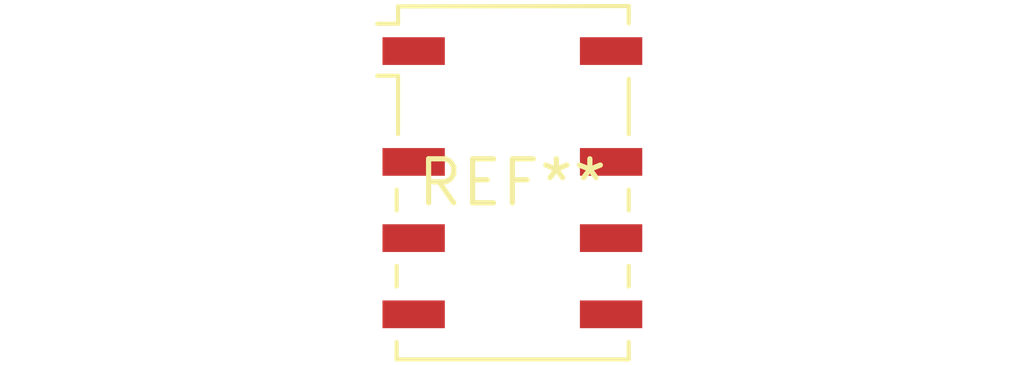
<source format=kicad_pcb>
(kicad_pcb (version 20240108) (generator pcbnew)
  (layers (0 "F.Cu" signal) (31 "B.Cu" signal) (34 "B.Paste" user) (35 "F.Paste" user) (36 "B.SilkS" user "B.Silkscreen") (37 "F.SilkS" user "F.Silkscreen") (38 "B.Mask" user) (39 "F.Mask" user) (44 "Edge.Cuts" user))
  (net 0 "")
  (footprint "Relay_DPDT_Omron_G6K-2G-Y" (layer "F.Cu") (at 0 0)
    (property "Reference" "REF**")
    (property "Value" "Relay_DPDT_Omron_G6K-2G-Y")
    (fp_line (start -3.34 0.8) (end -3.34 0.2) (layer "F.SilkS") (stroke (width 0.12)))
    (fp_line (start -3.34 3) (end -3.34 2.4) (layer "F.SilkS") (stroke (width 0.12)))
    (fp_line (start -3.34 5.1) (end -3.34 4.6) (layer "F.SilkS") (stroke (width 0.12)))
    (fp_line (start -3.3 -5.09) (end -3.3 -4.59) (layer "F.SilkS") (stroke (width 0.12)))
    (fp_line (start -3.3 -5.09) (end 3.36 -5.1) (layer "F.SilkS") (stroke (width 0.12)))
    (fp_line (start -3.3 -4.59) (end -3.9 -4.59) (layer "F.SilkS") (stroke (width 0.12)))
    (fp_line (start -3.3 -3.09) (end -3.9 -3.09) (layer "F.SilkS") (stroke (width 0.12)))
    (fp_line (start -3.3 -1.4) (end -3.3 -3.09) (layer "F.SilkS") (stroke (width 0.12)))
    (fp_line (start 3.36 -5.1) (end 3.36 -4.6) (layer "F.SilkS") (stroke (width 0.12)))
    (fp_line (start 3.36 -3) (end 3.36 -1.4) (layer "F.SilkS") (stroke (width 0.12)))
    (fp_line (start 3.36 0.2) (end 3.36 0.8) (layer "F.SilkS") (stroke (width 0.12)))
    (fp_line (start 3.36 2.4) (end 3.36 3) (layer "F.SilkS") (stroke (width 0.12)))
    (fp_line (start 3.36 4.6) (end 3.36 5.1) (layer "F.SilkS") (stroke (width 0.12)))
    (fp_line (start 3.36 5.1) (end -3.34 5.1) (layer "F.SilkS") (stroke (width 0.12)))
    (pad "1" smd rect (at -2.85 -3.8) (size 1.8 0.8) (layers "F.Cu" "F.Paste" "F.Mask"))
    (pad "2" smd rect (at -2.85 -0.6) (size 1.8 0.8) (layers "F.Cu" "F.Paste" "F.Mask"))
    (pad "3" smd rect (at -2.85 1.6) (size 1.8 0.8) (layers "F.Cu" "F.Paste" "F.Mask"))
    (pad "4" smd rect (at -2.85 3.8) (size 1.8 0.8) (layers "F.Cu" "F.Paste" "F.Mask"))
    (pad "5" smd rect (at 2.85 3.8) (size 1.8 0.8) (layers "F.Cu" "F.Paste" "F.Mask"))
    (pad "6" smd rect (at 2.85 1.6) (size 1.8 0.8) (layers "F.Cu" "F.Paste" "F.Mask"))
    (pad "7" smd rect (at 2.85 -0.6) (size 1.8 0.8) (layers "F.Cu" "F.Paste" "F.Mask"))
    (pad "8" smd rect (at 2.85 -3.8) (size 1.8 0.8) (layers "F.Cu" "F.Paste" "F.Mask"))
  )
)
</source>
